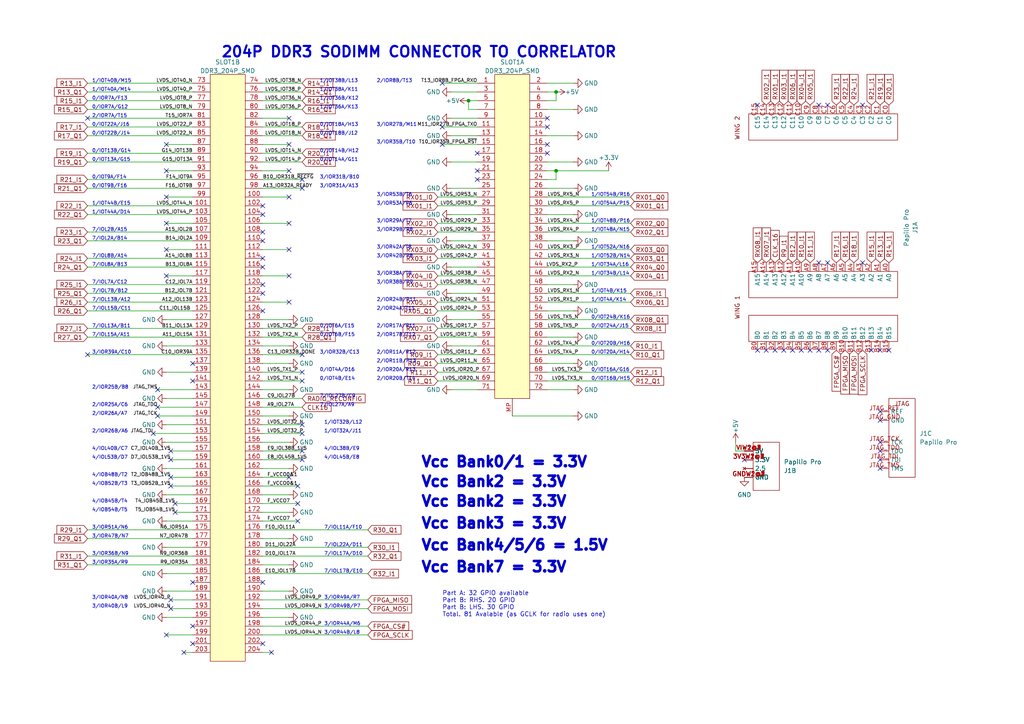
<source format=kicad_sch>
(kicad_sch (version 20231120) (generator "eeschema") (generator_version "8.0")
  (paper "A4")
  (title_block (title "Papilio Pro Interposer") (date "2024-04-15") (rev "1.0") (company "Tim Molteno. Electronic Research Foundation") (comment 1 "©Tim Molteno 2024, "))
  (bus_alias "" (members))
  (bus_alias "W1_W2" (members "W1_A[1..16]" "W1_B[1..16]" "W2_A[1..16]"))
  (junction (at 135.89 29.21))
  (junction (at 161.29 26.67))
  (junction (at 161.29 49.53))
  (no_connect (at 49.53 176.53))
  (no_connect (at 76.2 186.69))
  (no_connect (at 55.88 186.69))
  (no_connect (at 78.74 189.23))
  (no_connect (at 76.2 62.23))
  (no_connect (at 83.82 41.91))
  (no_connect (at 87.63 54.61))
  (no_connect (at 76.2 77.47))
  (no_connect (at 255.27 101.6))
  (no_connect (at 48.26 41.91))
  (no_connect (at 255.27 130.81))
  (no_connect (at 50.8 148.59))
  (no_connect (at 257.81 101.6))
  (no_connect (at 158.75 34.29))
  (no_connect (at 76.2 90.17))
  (no_connect (at 48.26 80.01))
  (no_connect (at 240.03 101.6))
  (no_connect (at 222.25 101.6))
  (no_connect (at 240.03 76.2))
  (no_connect (at 219.71 30.48))
  (no_connect (at 255.27 133.35))
  (no_connect (at 76.2 59.69))
  (no_connect (at 49.53 130.81))
  (no_connect (at 87.63 133.35))
  (no_connect (at 255.27 119.38))
  (no_connect (at 50.8 146.05))
  (no_connect (at 83.82 64.77))
  (no_connect (at 232.41 101.6))
  (no_connect (at 83.82 72.39))
  (no_connect (at 48.26 72.39))
  (no_connect (at 128.27 41.91))
  (no_connect (at 55.88 168.91))
  (no_connect (at 83.82 138.43))
  (no_connect (at 227.33 101.6))
  (no_connect (at 48.26 64.77))
  (no_connect (at 158.75 36.83))
  (no_connect (at 49.53 133.35))
  (no_connect (at 83.82 57.15))
  (no_connect (at 234.95 101.6))
  (no_connect (at 49.53 173.99))
  (no_connect (at 255.27 128.27))
  (no_connect (at 250.19 30.48))
  (no_connect (at 237.49 101.6))
  (no_connect (at 55.88 110.49))
  (no_connect (at 55.88 105.41))
  (no_connect (at 219.71 101.6))
  (no_connect (at 83.82 49.53))
  (no_connect (at 48.26 184.15))
  (no_connect (at 87.63 125.73))
  (no_connect (at 138.43 49.53))
  (no_connect (at 49.53 140.97))
  (no_connect (at 76.2 69.85))
  (no_connect (at 87.63 130.81))
  (no_connect (at 237.49 30.48))
  (no_connect (at 240.03 30.48))
  (no_connect (at 252.73 101.6))
  (no_connect (at 255.27 121.92))
  (no_connect (at 128.27 36.83))
  (no_connect (at 76.2 82.55))
  (no_connect (at 215.9 133.35))
  (no_connect (at 83.82 34.29))
  (no_connect (at 25.4 102.87))
  (no_connect (at 138.43 52.07))
  (no_connect (at 25.4 34.29))
  (no_connect (at 86.36 146.05))
  (no_connect (at 158.75 44.45))
  (no_connect (at 237.49 76.2))
  (no_connect (at 158.75 41.91))
  (no_connect (at 138.43 44.45))
  (no_connect (at 45.72 120.65))
  (no_connect (at 87.63 52.07))
  (no_connect (at 250.19 76.2))
  (no_connect (at 86.36 140.97))
  (no_connect (at 48.26 57.15))
  (no_connect (at 255.27 135.89))
  (no_connect (at 76.2 67.31))
  (no_connect (at 48.26 49.53))
  (no_connect (at 128.27 24.13))
  (no_connect (at 44.45 125.73))
  (no_connect (at 87.63 110.49))
  (no_connect (at 86.36 151.13))
  (no_connect (at 87.63 107.95))
  (no_connect (at 224.79 101.6))
  (no_connect (at 229.87 101.6))
  (no_connect (at 45.72 118.11))
  (no_connect (at 76.2 74.93))
  (no_connect (at 53.34 189.23))
  (no_connect (at 76.2 168.91))
  (no_connect (at 49.53 138.43))
  (no_connect (at 87.63 102.87))
  (no_connect (at 83.82 87.63))
  (no_connect (at 87.63 123.19))
  (no_connect (at 45.72 113.03))
  (no_connect (at 55.88 181.61))
  (no_connect (at 83.82 80.01))
  (no_connect (at 76.2 85.09))
  (wire (pts (xy 25.4 46.99) (xy 55.88 46.99)))
  (wire (pts (xy 158.75 77.47) (xy 182.88 77.47)))
  (wire (pts (xy 182.88 100.33) (xy 158.75 100.33)))
  (wire (pts (xy 128.27 36.83) (xy 138.43 36.83)))
  (wire (pts (xy 48.26 158.75) (xy 55.88 158.75)))
  (wire (pts (xy 50.8 148.59) (xy 55.88 148.59)))
  (wire (pts (xy 76.2 125.73) (xy 87.63 125.73)))
  (wire (pts (xy 127 59.69) (xy 138.43 59.69)))
  (wire (pts (xy 106.68 173.99) (xy 76.2 173.99)))
  (wire (pts (xy 53.34 189.23) (xy 55.88 189.23)))
  (wire (pts (xy 182.88 67.31) (xy 158.75 67.31)))
  (wire (pts (xy 25.4 26.67) (xy 55.88 26.67)))
  (wire (pts (xy 48.26 143.51) (xy 55.88 143.51)))
  (wire (pts (xy 76.2 189.23) (xy 78.74 189.23)))
  (wire (pts (xy 135.89 29.21) (xy 138.43 29.21)))
  (wire (pts (xy 130.81 54.61) (xy 138.43 54.61)))
  (wire (pts (xy 106.68 158.75) (xy 76.2 158.75)))
  (wire (pts (xy 127 80.01) (xy 138.43 80.01)))
  (wire (pts (xy 76.2 181.61) (xy 106.68 181.61)))
  (wire (pts (xy 182.88 72.39) (xy 158.75 72.39)))
  (wire (pts (xy 87.63 24.13) (xy 76.2 24.13)))
  (wire (pts (xy 127 57.15) (xy 138.43 57.15)))
  (wire (pts (xy 130.81 46.99) (xy 138.43 46.99)))
  (wire (pts (xy 25.4 62.23) (xy 55.88 62.23)))
  (wire (pts (xy 182.88 74.93) (xy 158.75 74.93)))
  (wire (pts (xy 76.2 34.29) (xy 83.82 34.29)))
  (wire (pts (xy 83.82 128.27) (xy 76.2 128.27)))
  (wire (pts (xy 25.4 77.47) (xy 55.88 77.47)))
  (wire (pts (xy 76.2 118.11) (xy 87.63 118.11)))
  (wire (pts (xy 76.2 166.37) (xy 106.68 166.37)))
  (wire (pts (xy 25.4 161.29) (xy 55.88 161.29)))
  (wire (pts (xy 25.4 69.85) (xy 55.88 69.85)))
  (wire (pts (xy 166.37 39.37) (xy 158.75 39.37)))
  (wire (pts (xy 87.63 130.81) (xy 76.2 130.81)))
  (wire (pts (xy 182.88 95.25) (xy 158.75 95.25)))
  (wire (pts (xy 76.2 31.75) (xy 87.63 31.75)))
  (wire (pts (xy 127 95.25) (xy 138.43 95.25)))
  (wire (pts (xy 25.4 163.83) (xy 55.88 163.83)))
  (wire (pts (xy 127 107.95) (xy 138.43 107.95)))
  (wire (pts (xy 128.27 41.91) (xy 138.43 41.91)))
  (wire (pts (xy 83.82 105.41) (xy 76.2 105.41)))
  (wire (pts (xy 87.63 133.35) (xy 76.2 133.35)))
  (wire (pts (xy 182.88 85.09) (xy 158.75 85.09)))
  (wire (pts (xy 127 72.39) (xy 138.43 72.39)))
  (wire (pts (xy 25.4 52.07) (xy 55.88 52.07)))
  (wire (pts (xy 166.37 105.41) (xy 158.75 105.41)))
  (wire (pts (xy 87.63 54.61) (xy 76.2 54.61)))
  (wire (pts (xy 25.4 74.93) (xy 55.88 74.93)))
  (wire (pts (xy 48.26 92.71) (xy 55.88 92.71)))
  (wire (pts (xy 25.4 82.55) (xy 55.88 82.55)))
  (wire (pts (xy 130.81 77.47) (xy 138.43 77.47)))
  (wire (pts (xy 127 87.63) (xy 138.43 87.63)))
  (wire (pts (xy 83.82 120.65) (xy 76.2 120.65)))
  (wire (pts (xy 83.82 113.03) (xy 76.2 113.03)))
  (wire (pts (xy 76.2 140.97) (xy 86.36 140.97)))
  (wire (pts (xy 25.4 29.21) (xy 55.88 29.21)))
  (wire (pts (xy 48.26 72.39) (xy 55.88 72.39)))
  (wire (pts (xy 76.2 138.43) (xy 83.82 138.43)))
  (wire (pts (xy 83.82 171.45) (xy 76.2 171.45)))
  (wire (pts (xy 25.4 36.83) (xy 55.88 36.83)))
  (wire (pts (xy 76.2 87.63) (xy 83.82 87.63)))
  (wire (pts (xy 45.72 113.03) (xy 55.88 113.03)))
  (wire (pts (xy 76.2 151.13) (xy 86.36 151.13)))
  (wire (pts (xy 87.63 52.07) (xy 76.2 52.07)))
  (wire (pts (xy 25.4 44.45) (xy 55.88 44.45)))
  (wire (pts (xy 161.29 29.21) (xy 161.29 26.67)))
  (wire (pts (xy 76.2 97.79) (xy 87.63 97.79)))
  (wire (pts (xy 166.37 46.99) (xy 158.75 46.99)))
  (wire (pts (xy 127 105.41) (xy 138.43 105.41)))
  (wire (pts (xy 130.81 100.33) (xy 138.43 100.33)))
  (wire (pts (xy 166.37 90.17) (xy 158.75 90.17)))
  (wire (pts (xy 83.82 135.89) (xy 76.2 135.89)))
  (wire (pts (xy 25.4 87.63) (xy 55.88 87.63)))
  (wire (pts (xy 49.53 138.43) (xy 55.88 138.43)))
  (wire (pts (xy 135.89 31.75) (xy 135.89 29.21)))
  (wire (pts (xy 76.2 36.83) (xy 87.63 36.83)))
  (wire (pts (xy 76.2 184.15) (xy 106.68 184.15)))
  (wire (pts (xy 127 90.17) (xy 138.43 90.17)))
  (wire (pts (xy 158.75 49.53) (xy 161.29 49.53)))
  (wire (pts (xy 48.26 80.01) (xy 55.88 80.01)))
  (wire (pts (xy 48.26 57.15) (xy 55.88 57.15)))
  (wire (pts (xy 25.4 39.37) (xy 55.88 39.37)))
  (wire (pts (xy 158.75 26.67) (xy 161.29 26.67)))
  (wire (pts (xy 76.2 41.91) (xy 83.82 41.91)))
  (wire (pts (xy 83.82 179.07) (xy 76.2 179.07)))
  (wire (pts (xy 182.88 64.77) (xy 158.75 64.77)))
  (wire (pts (xy 76.2 72.39) (xy 83.82 72.39)))
  (wire (pts (xy 83.82 156.21) (xy 76.2 156.21)))
  (wire (pts (xy 166.37 62.23) (xy 158.75 62.23)))
  (wire (pts (xy 182.88 87.63) (xy 158.75 87.63)))
  (wire (pts (xy 130.81 26.67) (xy 138.43 26.67)))
  (wire (pts (xy 48.26 171.45) (xy 55.88 171.45)))
  (wire (pts (xy 48.26 151.13) (xy 55.88 151.13)))
  (wire (pts (xy 166.37 31.75) (xy 158.75 31.75)))
  (wire (pts (xy 127 67.31) (xy 138.43 67.31)))
  (wire (pts (xy 213.36 130.81) (xy 215.9 130.81)))
  (wire (pts (xy 25.4 102.87) (xy 55.88 102.87)))
  (wire (pts (xy 25.4 59.69) (xy 55.88 59.69)))
  (wire (pts (xy 44.45 125.73) (xy 55.88 125.73)))
  (wire (pts (xy 48.26 64.77) (xy 55.88 64.77)))
  (wire (pts (xy 76.2 29.21) (xy 87.63 29.21)))
  (wire (pts (xy 127 102.87) (xy 138.43 102.87)))
  (wire (pts (xy 83.82 92.71) (xy 76.2 92.71)))
  (wire (pts (xy 158.75 29.21) (xy 161.29 29.21)))
  (wire (pts (xy 25.4 90.17) (xy 55.88 90.17)))
  (wire (pts (xy 138.43 31.75) (xy 135.89 31.75)))
  (wire (pts (xy 48.26 107.95) (xy 55.88 107.95)))
  (wire (pts (xy 25.4 95.25) (xy 55.88 95.25)))
  (wire (pts (xy 130.81 62.23) (xy 138.43 62.23)))
  (wire (pts (xy 148.59 120.65) (xy 166.37 120.65)))
  (wire (pts (xy 76.2 44.45) (xy 87.63 44.45)))
  (wire (pts (xy 76.2 64.77) (xy 83.82 64.77)))
  (wire (pts (xy 130.81 34.29) (xy 138.43 34.29)))
  (wire (pts (xy 49.53 140.97) (xy 55.88 140.97)))
  (wire (pts (xy 49.53 130.81) (xy 55.88 130.81)))
  (wire (pts (xy 87.63 26.67) (xy 76.2 26.67)))
  (wire (pts (xy 76.2 153.67) (xy 106.68 153.67)))
  (wire (pts (xy 127 110.49) (xy 138.43 110.49)))
  (wire (pts (xy 48.26 166.37) (xy 55.88 166.37)))
  (wire (pts (xy 25.4 97.79) (xy 55.88 97.79)))
  (wire (pts (xy 83.82 163.83) (xy 76.2 163.83)))
  (wire (pts (xy 161.29 49.53) (xy 176.53 49.53)))
  (wire (pts (xy 25.4 34.29) (xy 55.88 34.29)))
  (wire (pts (xy 161.29 49.53) (xy 161.29 52.07)))
  (wire (pts (xy 130.81 39.37) (xy 138.43 39.37)))
  (wire (pts (xy 182.88 102.87) (xy 158.75 102.87)))
  (wire (pts (xy 83.82 148.59) (xy 76.2 148.59)))
  (wire (pts (xy 76.2 146.05) (xy 86.36 146.05)))
  (wire (pts (xy 48.26 128.27) (xy 55.88 128.27)))
  (wire (pts (xy 161.29 52.07) (xy 158.75 52.07)))
  (wire (pts (xy 130.81 113.03) (xy 138.43 113.03)))
  (wire (pts (xy 48.26 115.57) (xy 55.88 115.57)))
  (wire (pts (xy 76.2 80.01) (xy 83.82 80.01)))
  (wire (pts (xy 76.2 46.99) (xy 87.63 46.99)))
  (wire (pts (xy 48.26 184.15) (xy 55.88 184.15)))
  (wire (pts (xy 166.37 24.13) (xy 158.75 24.13)))
  (wire (pts (xy 166.37 54.61) (xy 158.75 54.61)))
  (wire (pts (xy 76.2 39.37) (xy 87.63 39.37)))
  (wire (pts (xy 130.81 92.71) (xy 138.43 92.71)))
  (wire (pts (xy 127 97.79) (xy 138.43 97.79)))
  (wire (pts (xy 25.4 54.61) (xy 55.88 54.61)))
  (wire (pts (xy 25.4 153.67) (xy 55.88 153.67)))
  (wire (pts (xy 106.68 161.29) (xy 76.2 161.29)))
  (wire (pts (xy 158.75 110.49) (xy 182.88 110.49)))
  (wire (pts (xy 87.63 123.19) (xy 76.2 123.19)))
  (wire (pts (xy 49.53 173.99) (xy 55.88 173.99)))
  (wire (pts (xy 25.4 156.21) (xy 55.88 156.21)))
  (wire (pts (xy 128.27 24.13) (xy 138.43 24.13)))
  (wire (pts (xy 83.82 100.33) (xy 76.2 100.33)))
  (wire (pts (xy 76.2 49.53) (xy 83.82 49.53)))
  (wire (pts (xy 25.4 24.13) (xy 55.88 24.13)))
  (wire (pts (xy 76.2 95.25) (xy 87.63 95.25)))
  (wire (pts (xy 49.53 176.53) (xy 55.88 176.53)))
  (wire (pts (xy 182.88 59.69) (xy 158.75 59.69)))
  (wire (pts (xy 76.2 107.95) (xy 87.63 107.95)))
  (wire (pts (xy 127 74.93) (xy 138.43 74.93)))
  (wire (pts (xy 48.26 41.91) (xy 55.88 41.91)))
  (wire (pts (xy 49.53 133.35) (xy 55.88 133.35)))
  (wire (pts (xy 87.63 102.87) (xy 76.2 102.87)))
  (wire (pts (xy 166.37 97.79) (xy 158.75 97.79)))
  (wire (pts (xy 48.26 123.19) (xy 55.88 123.19)))
  (wire (pts (xy 48.26 179.07) (xy 55.88 179.07)))
  (wire (pts (xy 106.68 176.53) (xy 76.2 176.53)))
  (wire (pts (xy 76.2 57.15) (xy 83.82 57.15)))
  (wire (pts (xy 130.81 85.09) (xy 138.43 85.09)))
  (wire (pts (xy 127 64.77) (xy 138.43 64.77)))
  (wire (pts (xy 182.88 107.95) (xy 158.75 107.95)))
  (wire (pts (xy 45.72 120.65) (xy 55.88 120.65)))
  (wire (pts (xy 127 82.55) (xy 138.43 82.55)))
  (wire (pts (xy 213.36 128.27) (xy 213.36 130.81)))
  (wire (pts (xy 48.26 100.33) (xy 55.88 100.33)))
  (wire (pts (xy 25.4 67.31) (xy 55.88 67.31)))
  (wire (pts (xy 182.88 92.71) (xy 158.75 92.71)))
  (wire (pts (xy 25.4 31.75) (xy 55.88 31.75)))
  (wire (pts (xy 166.37 69.85) (xy 158.75 69.85)))
  (wire (pts (xy 83.82 143.51) (xy 76.2 143.51)))
  (wire (pts (xy 166.37 82.55) (xy 158.75 82.55)))
  (wire (pts (xy 130.81 69.85) (xy 138.43 69.85)))
  (wire (pts (xy 182.88 80.01) (xy 158.75 80.01)))
  (wire (pts (xy 45.72 118.11) (xy 55.88 118.11)))
  (wire (pts (xy 76.2 110.49) (xy 87.63 110.49)))
  (wire (pts (xy 48.26 49.53) (xy 55.88 49.53)))
  (wire (pts (xy 50.8 146.05) (xy 55.88 146.05)))
  (wire (pts (xy 87.63 115.57) (xy 76.2 115.57)))
  (wire (pts (xy 166.37 113.03) (xy 158.75 113.03)))
  (wire (pts (xy 25.4 85.09) (xy 55.88 85.09)))
  (wire (pts (xy 182.88 57.15) (xy 158.75 57.15)))
  (wire (pts (xy 48.26 135.89) (xy 55.88 135.89)))
  (text "Vcc Bank3 = 3.3V" (at 121.92 153.67 0) (effects (font (size 3 3) (thickness 1.6) (bold yes)) (justify left bottom)))
  (text "0/IOT16B/H15\n" (at 171.45 110.49 0) (effects (font (size 1 1)) (justify left bottom)))
  (text "3/IOR53A/P6\n" (at 109.22 59.69 0) (effects (font (size 1 1)) (justify left bottom)))
  (text "4/IOL38B/E9\n" (at 93.98 130.81 0) (effects (font (size 1 1)) (justify left bottom)))
  (text "7/IOL17B/E10\n" (at 93.98 166.37 0) (effects (font (size 1 1)) (justify left bottom)))
  (text "Vcc Bank4/5/6 = 1.5V" (at 121.92 160.02 0) (effects (font (size 3 3) (thickness 1.6) (bold yes)) (justify left bottom)))
  (text "0/IOT4A/D16\n" (at 92.71 107.95 0) (effects (font (size 1 1)) (justify left bottom)))
  (text "1/IOT48A/N15\n" (at 171.45 67.31 0) (effects (font (size 1 1)) (justify left bottom)))
  (text "0/IOT18A/H13" (at 92.71 36.83 0) (effects (font (size 1 1)) (justify left bottom)))
  (text "3/IOR29B/R8\n" (at 109.22 67.31 0) (effects (font (size 1 1)) (justify left bottom)))
  (text "3/IOR31B/B10" (at 92.71 52.07 0) (effects (font (size 1 1)) (justify left bottom)))
  (text "7/IOL13A/B11\n" (at 26.67 95.25 0) (effects (font (size 1 1)) (justify left bottom)))
  (text "7/IOL22A/D11\n" (at 93.98 158.75 0) (effects (font (size 1 1)) (justify left bottom)))
  (text "7/IOL8B/A14\n" (at 26.67 74.93 0) (effects (font (size 1 1)) (justify left bottom)))
  (text "3/IOR53B/T6\n" (at 109.22 57.15 0) (effects (font (size 1 1)) (justify left bottom)))
  (text "Vcc Bank2 = 3.3V" (at 121.92 147.32 0) (effects (font (size 3 3) (thickness 1.6) (bold yes)) (justify left bottom)))
  (text "1/IOT4B/K15\n" (at 171.45 85.09 0) (effects (font (size 1 1)) (justify left bottom)))
  (text "7/IOL8A/B13\n" (at 26.67 77.47 0) (effects (font (size 1 1)) (justify left bottom)))
  (text "7/IOL7A/C12\n" (at 26.67 82.55 0) (effects (font (size 1 1)) (justify left bottom)))
  (text "2/IOR24A/T11\n" (at 109.22 90.17 0) (effects (font (size 1 1)) (justify left bottom)))
  (text "1/IOT34B/L14\n" (at 171.45 80.01 0) (effects (font (size 1 1)) (justify left bottom)))
  (text "4/IOL40B/C7\n" (at 26.67 130.81 0) (effects (font (size 1 1)) (justify left bottom)))
  (text "7/IOL2A/B14\n" (at 26.67 69.85 0) (effects (font (size 1 1)) (justify left bottom)))
  (text "0/IOT22A/J16\n" (at 26.67 36.83 0) (effects (font (size 1 1)) (justify left bottom)))
  (text "3/IOR40A/N8\n" (at 26.67 173.99 0) (effects (font (size 1 1)) (justify left bottom)))
  (text "1/IOT36B/K12\n" (at 92.71 29.21 0) (effects (font (size 1 1)) (justify left bottom)))
  (text "1/IOT54B/R16\n" (at 171.45 57.15 0) (effects (font (size 1 1)) (justify left bottom)))
  (text "0/IOR7A/F13\n" (at 26.67 29.21 0) (effects (font (size 1 1)) (justify left bottom)))
  (text "7/IOL27A/A9\n" (at 92.71 118.11 0) (effects (font (size 1 1)) (justify left bottom)))
  (text "204P DDR3 SODIMM CONNECTOR TO CORRELATOR" (at 64.008 17.018 0) (effects (font (size 3.048 3.048) (bold yes)) (justify left bottom)))
  (text "3/IOR38B/P9\n" (at 109.22 82.55 0) (effects (font (size 1 1)) (justify left bottom)))
  (text "0/IOT6B/F15\n" (at 92.71 97.79 0) (effects (font (size 1 1)) (justify left bottom)))
  (text "2/IOR20B/T14\n" (at 109.22 110.49 0) (effects (font (size 1 1)) (justify left bottom)))
  (text "1/IOT54A/P15\n" (at 171.45 59.69 0) (effects (font (size 1 1)) (justify left bottom)))
  (text "3/IOR47B/N7" (at 26.67 156.21 0) (effects (font (size 1 1)) (justify left bottom)))
  (text "2/IOR25A/C6\n" (at 26.67 118.11 0) (effects (font (size 1 1)) (justify left bottom)))
  (text "3/IOR42A/T8\n" (at 109.22 72.39 0) (effects (font (size 1 1)) (justify left bottom)))
  (text "3/IOR36B/N9\n" (at 26.67 161.29 0) (effects (font (size 1 1)) (justify left bottom)))
  (text "7/IOL17A/D10\n" (at 93.98 161.29 0) (effects (font (size 1 1)) (justify left bottom)))
  (text "7/IOL27B/C9\n" (at 92.71 115.57 0) (effects (font (size 1 1)) (justify left bottom)))
  (text "7/IOL11A/F10\n" (at 93.98 153.67 0) (effects (font (size 1 1)) (justify left bottom)))
  (text "1/IOT38B/L13\n" (at 92.71 24.13 0) (effects (font (size 1 1)) (justify left bottom)))
  (text "2/IOR8B/T13\n" (at 109.22 24.13 0) (effects (font (size 1 1)) (justify left bottom)))
  (text "1/IOT32B/L12\n" (at 93.98 123.19 0) (effects (font (size 1 1)) (justify left bottom)))
  (text "0/IOT22B/J14\n" (at 26.67 39.37 0) (effects (font (size 1 1)) (justify left bottom)))
  (text "2/IOR25B/B8\n" (at 26.67 113.03 0) (effects (font (size 1 1)) (justify left bottom)))
  (text "3/IOR49A/R7" (at 93.98 173.99 0) (effects (font (size 1 1)) (justify left bottom)))
  (text "7/IOL7B/B12\n" (at 26.67 85.09 0) (effects (font (size 1 1)) (justify left bottom)))
  (text "0/IOT18B/J12\n" (at 92.71 39.37 0) (effects (font (size 1 1)) (justify left bottom)))
  (text "4/IOB52B/T3" (at 26.67 140.97 0) (effects (font (size 1 1)) (justify left bottom)))
  (text "4/IOB45B/T4\n" (at 26.67 146.05 0) (effects (font (size 1 1)) (justify left bottom)))
  (text "1/IOT40A/M14\n" (at 26.67 26.67 0) (effects (font (size 1 1)) (justify left bottom)))
  (text "3/IOR35B/T10\n" (at 109.22 41.91 0) (effects (font (size 1 1)) (justify left bottom)))
  (text "2/IOR20A/R13\n" (at 109.22 107.95 0) (effects (font (size 1 1)) (justify left bottom)))
  (text "1/IOT52A/N16\n" (at 171.45 72.39 0) (effects (font (size 1 1)) (justify left bottom)))
  (text "3/IOR35A/R9\n" (at 26.67 163.83 0) (effects (font (size 1 1)) (justify left bottom)))
  (text "Part A: 32 GPIO available\nPart B: RHS. 20 GPIO\nPart B: LHS. 30 GPIO\nTotal. 81 Avalable (as GCLK for radio uses one)" (at 128.27 179.07 0) (effects (font (size 1.27 1.27)) (justify left bottom)))
  (text "2/IOR11A/R12\n" (at 109.22 102.87 0) (effects (font (size 1 1)) (justify left bottom)))
  (text "0/IOT14B/H12\n" (at 92.71 44.45 0) (effects (font (size 1 1)) (justify left bottom)))
  (text "Vcc Bank0/1 = 3.3V" (at 121.92 135.89 0) (effects (font (size 3 3) (thickness 1.6) (bold yes)) (justify left bottom)))
  (text "0/IOT24B/K16\n" (at 171.45 92.71 0) (effects (font (size 1 1)) (justify left bottom)))
  (text "3/IOR40B/L9\n" (at 26.67 176.53 0) (effects (font (size 1 1)) (justify left bottom)))
  (text "1/IOT44A/D14" (at 26.67 62.23 0) (effects (font (size 1 1)) (justify left bottom)))
  (text "2/IOR11B/P13\n" (at 109.22 105.41 0) (effects (font (size 1 1)) (justify left bottom)))
  (text "1/IOT48B/P16\n" (at 171.45 64.77 0) (effects (font (size 1 1)) (justify left bottom)))
  (text "1/IOT34A/L16\n" (at 171.45 77.47 0) (effects (font (size 1 1)) (justify left bottom)))
  (text "0/IOT9A/F14\n" (at 26.67 52.07 0) (effects (font (size 1 1)) (justify left bottom)))
  (text "1/IOT36A/K13\n" (at 92.71 31.75 0) (effects (font (size 1 1)) (justify left bottom)))
  (text "2/IOR17B/T12\n" (at 109.22 97.79 0) (effects (font (size 1 1)) (justify left bottom)))
  (text "3/IOR49B/P7\n" (at 93.98 176.53 0) (effects (font (size 1 1)) (justify left bottom)))
  (text "4/IOL45B/E8\n" (at 93.98 133.35 0) (effects (font (size 1 1)) (justify left bottom)))
  (text "7/IOL13B/A12\n" (at 26.67 87.63 0) (effects (font (size 1 1)) (justify left bottom)))
  (text "Vcc Bank7 = 3.3V" (at 121.92 166.37 0) (effects (font (size 3 3) (thickness 1.6) (bold yes)) (justify left bottom)))
  (text "Vcc Bank2 = 3.3V" (at 121.92 141.605 0) (effects (font (size 3 3) (thickness 1.6) (bold yes)) (justify left bottom)))
  (text "7/IOL2B/A15\n" (at 26.67 67.31 0) (effects (font (size 1 1)) (justify left bottom)))
  (text "3/IOR44A/M6\n" (at 93.98 181.61 0) (effects (font (size 1 1)) (justify left bottom)))
  (text "1/IOT4A/K14\n" (at 171.45 87.63 0) (effects (font (size 1 1)) (justify left bottom)))
  (text "4/IOL53B/D7" (at 26.67 133.35 0) (effects (font (size 1 1)) (justify left bottom)))
  (text "0/IOT6A/E15\n" (at 92.71 95.25 0) (effects (font (size 1 1)) (justify left bottom)))
  (text "0/IOR7A/G12" (at 26.67 31.75 0) (effects (font (size 1 1)) (justify left bottom)))
  (text "0/IOT16A/G16\n" (at 171.45 107.95 0) (effects (font (size 1 1)) (justify left bottom)))
  (text "0/IOT9B/F16\n" (at 26.67 54.61 0) (effects (font (size 1 1)) (justify left bottom)))
  (text "4/IOB48B/T2" (at 26.67 138.43 0) (effects (font (size 1 1)) (justify left bottom)))
  (text "2/IOR17A/R11\n" (at 109.22 95.25 0) (effects (font (size 1 1)) (justify left bottom)))
  (text "0/IOT20B/H16\n" (at 171.45 100.33 0) (effects (font (size 1 1)) (justify left bottom)))
  (text "3/IOR29A/T7\n" (at 109.22 64.77 0) (effects (font (size 1 1)) (justify left bottom)))
  (text "4/IOB54B/T5\n" (at 26.67 148.59 0) (effects (font (size 1 1)) (justify left bottom)))
  (text "3/IOR27B/M11\n" (at 109.22 36.83 0) (effects (font (size 1 1)) (justify left bottom)))
  (text "3/IOR39A/C10" (at 26.67 102.87 0) (effects (font (size 1 1)) (justify left bottom)))
  (text "3/IOR32B/C13\n" (at 92.71 102.87 0) (effects (font (size 1 1)) (justify left bottom)))
  (text "0/IOT24A/J15\n" (at 171.45 95.25 0) (effects (font (size 1 1)) (justify left bottom)))
  (text "0/IOT4B/E14\n" (at 92.71 110.49 0) (effects (font (size 1 1)) (justify left bottom)))
  (text "1/IOT44B/E15\n" (at 26.67 59.69 0) (effects (font (size 1 1)) (justify left bottom)))
  (text "7/IOL15A/A11\n" (at 26.67 97.79 0) (effects (font (size 1 1)) (justify left bottom)))
  (text "2/IOR24B/P11\n" (at 109.22 87.63 0) (effects (font (size 1 1)) (justify left bottom)))
  (text "2/IOR7A/T15\n" (at 26.67 34.29 0) (effects (font (size 1 1)) (justify left bottom)))
  (text "3/IOR44B/L8" (at 93.98 184.15 0) (effects (font (size 1 1)) (justify left bottom)))
  (text "7/IOL15B/C11\n" (at 26.67 90.17 0) (effects (font (size 1 1)) (justify left bottom)))
  (text "1/IOT52B/N14\n" (at 171.45 74.93 0) (effects (font (size 1 1)) (justify left bottom)))
  (text "2/IOR26B/A6\n" (at 26.67 125.73 0) (effects (font (size 1 1)) (justify left bottom)))
  (text "3/IOR51A/N6\n" (at 26.67 153.67 0) (effects (font (size 1 1)) (justify left bottom)))
  (text "0/IOT13B/G14\n" (at 26.67 44.45 0) (effects (font (size 1 1)) (justify left bottom)))
  (text "1/IOT40B/M15\n" (at 26.67 24.13 0) (effects (font (size 1 1)) (justify left bottom)))
  (text "0/IOT14A/G11" (at 92.71 46.99 0) (effects (font (size 1 1)) (justify left bottom)))
  (text "3/IOR38A/T9\n" (at 109.22 80.01 0) (effects (font (size 1 1)) (justify left bottom)))
  (text "2/IOR26A/A7\n" (at 26.67 120.65 0) (effects (font (size 1 1)) (justify left bottom)))
  (text "1/IOT38A/K11\n" (at 92.71 26.67 0) (effects (font (size 1 1)) (justify left bottom)))
  (text "1/IOT32A/J11\n" (at 93.98 125.73 0) (effects (font (size 1 1)) (justify left bottom)))
  (text "3/IOR42B/P8\n" (at 109.22 74.93 0) (effects (font (size 1 1)) (justify left bottom)))
  (text "3/IOR31A/A13" (at 92.71 54.61 0) (effects (font (size 1 1)) (justify left bottom)))
  (text "0/IOT20A/H14\n" (at 171.45 102.87 0) (effects (font (size 1 1)) (justify left bottom)))
  (text "0/IOT13A/G15\n" (at 26.67 46.99 0) (effects (font (size 1 1)) (justify left bottom)))
  (label "T10_IOR35B_FPGA_~{RST}" (at 138.43 41.91 180) (effects (font (size 1 1))))
  (label "A14_IOL8B" (at 55.88 74.93 180) (effects (font (size 1 1))))
  (label "LVDS_IOT8_P" (at 55.88 29.21 180) (effects (font (size 1 1))))
  (label "B14_IOL2A" (at 55.88 69.85 180) (effects (font (size 1 1))))
  (label "G15_IOT13A" (at 55.88 46.99 180) (effects (font (size 1 1))))
  (label "F_VCCO7" (at 77.47 146.05 0) (effects (font (size 1 1))))
  (label "LVDS_IOT44_N" (at 55.88 59.69 180) (effects (font (size 1 1))))
  (label "LVDS_IOR17_P" (at 138.43 95.25 180) (effects (font (size 1 1))))
  (label "LVDS_IOT32_P" (at 77.47 125.73 0) (effects (font (size 1 1))))
  (label "E8_IOL45B_1V5" (at 77.47 133.35 0) (effects (font (size 1 1))))
  (label "T5_IOB54B_1V5" (at 50.8 148.59 180) (effects (font (size 1 1))))
  (label "LVDS_IOT40_N" (at 55.88 24.13 180) (effects (font (size 1 1))))
  (label "LVDS_RX4_P" (at 158.75 67.31 0) (effects (font (size 1 1))))
  (label "T13_IOR8B_FPGA_RXO" (at 138.43 24.13 180) (effects (font (size 1 1))))
  (label "LVDS_IOR44_P" (at 82.55 181.61 0) (effects (font (size 1 1))))
  (label "LVDS_IOR17_N" (at 138.43 97.79 180) (effects (font (size 1 1))))
  (label "F_VCCO7" (at 77.47 151.13 0) (effects (font (size 1 1))))
  (label "LVDS_IOR42_P" (at 138.43 74.93 180) (effects (font (size 1 1))))
  (label "C12_IOL7A" (at 55.88 82.55 180) (effects (font (size 1 1))))
  (label "LVDS_IOT14_N" (at 76.835 44.45 0) (effects (font (size 1 1))))
  (label "LVDS_RX2_N" (at 158.75 80.01 0) (effects (font (size 1 1))))
  (label "LVDS_TX1_N" (at 77.47 110.49 0) (effects (font (size 1 1))))
  (label "LVDS_IOT18_N" (at 76.835 39.37 0) (effects (font (size 1 1))))
  (label "A9_IOL27A" (at 77.47 118.11 0) (effects (font (size 1 1))))
  (label "JTAG_TDI" (at 44.45 125.73 180) (effects (font (size 1 1))))
  (label "T3_IOB52B_1V5" (at 49.53 140.97 180) (effects (font (size 1 1))))
  (label "LVDS_IOR29_P" (at 138.43 64.77 180) (effects (font (size 1 1))))
  (label "LVDS_RX5_N" (at 158.75 57.15 0) (effects (font (size 1 1))))
  (label "F10_IOL11A" (at 76.835 153.67 0) (effects (font (size 1 1))))
  (label "LVDS_IOR42_N" (at 138.43 72.39 180) (effects (font (size 1 1))))
  (label "LVDS_IOT38_N" (at 76.835 24.13 0) (effects (font (size 1 1))))
  (label "D11_IOL22A" (at 76.835 158.75 0) (effects (font (size 1 1))))
  (label "LVDS_RX1_P" (at 158.75 87.63 0) (effects (font (size 1 1))))
  (label "T2_IOB48B_1V5" (at 49.53 138.43 180) (effects (font (size 1 1))))
  (label "LVDS_TX4_P" (at 158.75 102.87 0) (effects (font (size 1 1))))
  (label "LVDS_IOR40_N" (at 49.53 176.53 180) (effects (font (size 1 1))))
  (label "F_VCCO0&1" (at 77.47 138.43 0) (effects (font (size 1 1))))
  (label "M11_IOR27B_FPGA_TXO" (at 138.43 36.83 180) (effects (font (size 1 1))))
  (label "LVDS_IOR38_N" (at 138.43 82.55 180) (effects (font (size 1 1))))
  (label "A12_IOL13B" (at 55.88 87.63 180) (effects (font (size 1 1))))
  (label "LVDS_IOT22_P" (at 55.88 36.83 180) (effects (font (size 1 1))))
  (label "R9_IOR35A" (at 54.61 163.83 180) (effects (font (size 1 1))))
  (label "LVDS_IOR40_P" (at 49.53 173.99 180) (effects (font (size 1 1))))
  (label "LVDS_IOR29_N" (at 138.43 67.31 180) (effects (font (size 1 1))))
  (label "A13_IOR32A_READY" (at 76.2 54.61 0) (effects (font (size 1 1))))
  (label "LVDS_IOR38_P" (at 138.43 80.01 180) (effects (font (size 1 1))))
  (label "C9_IOL27B" (at 77.47 115.57 0) (effects (font (size 1 1))))
  (label "LVDS_RX3_P" (at 158.75 72.39 0) (effects (font (size 1 1))))
  (label "LVDS_RX1_N" (at 158.75 85.09 0) (effects (font (size 1 1))))
  (label "JTAG_TMS" (at 45.72 113.03 180) (effects (font (size 1 1))))
  (label "LVDS_IOT36_P" (at 76.835 31.75 0) (effects (font (size 1 1))))
  (label "A11_IOL15A" (at 55.88 97.79 180) (effects (font (size 1 1))))
  (label "LVDS_IOT40_P" (at 55.88 26.67 180) (effects (font (size 1 1))))
  (label "LVDS_IOT44_P" (at 55.88 62.23 180) (effects (font (size 1 1))))
  (label "LVDS_IOT14_P" (at 76.835 46.99 0) (effects (font (size 1 1))))
  (label "LVDS_IOR11_N" (at 138.43 105.41 180) (effects (font (size 1 1))))
  (label "LVDS_IOT36_N" (at 76.835 29.21 0) (effects (font (size 1 1))))
  (label "LVDS_IOR24_N" (at 138.43 87.63 180) (effects (font (size 1 1))))
  (label "LVDS_IOT8_N" (at 55.88 31.75 180) (effects (font (size 1 1))))
  (label "G14_IOT13B" (at 55.88 44.45 180) (effects (font (size 1 1))))
  (label "JTAG_TDO" (at 45.72 118.11 180) (effects (font (size 1 1))))
  (label "LVDS_IOT32_N" (at 77.47 123.19 0) (effects (font (size 1 1))))
  (label "D10_IOL17A" (at 76.835 161.29 0) (effects (font (size 1 1))))
  (label "LVDS_TX5_P" (at 158.75 95.25 0) (effects (font (size 1 1))))
  (label "N6_IOR51A" (at 54.61 153.67 180) (effects (font (size 1 1))))
  (label "LVDS_IOT18_P" (at 76.835 36.83 0) (effects (font (size 1 1))))
  (label "LVDS_RX4_N" (at 158.75 64.77 0) (effects (font (size 1 1))))
  (label "T15_IOR7A" (at 55.88 34.29 180) (effects (font (size 1 1))))
  (label "LVDS_IOR53_N" (at 138.43 57.15 180) (effects (font (size 1 1))))
  (label "C11_IOL15B" (at 55.245 90.17 180) (effects (font (size 1 1))))
  (label "LVDS_TX3_P" (at 160.02 107.95 0) (effects (font (size 1 1))))
  (label "F_VCCO0&1" (at 77.47 140.97 0) (effects (font (size 1 1))))
  (label "F14_IOT9A" (at 55.88 52.07 180) (effects (font (size 1 1))))
  (label "LVDS_TX3_N" (at 160.02 110.49 0) (effects (font (size 1 1))))
  (label "LVDS_IOT22_N" (at 55.88 39.37 180) (effects (font (size 1 1))))
  (label "B11_IOL13A" (at 55.88 95.25 180) (effects (font (size 1 1))))
  (label "LVDS_IOT38_P" (at 76.835 26.67 0) (effects (font (size 1 1))))
  (label "N7_IOR47B" (at 54.61 156.21 180) (effects (font (size 1 1))))
  (label "E9_IOL38B_1V5" (at 77.47 130.81 0) (effects (font (size 1 1))))
  (label "T4_IOB45B_1V5" (at 50.8 146.05 180) (effects (font (size 1 1))))
  (label "LVDS_TX5_N" (at 158.75 92.71 0) (effects (font (size 1 1))))
  (label "B12_IOL7B" (at 55.88 85.09 180) (effects (font (size 1 1))))
  (label "LVDS_TX4_N" (at 158.75 100.33 0) (effects (font (size 1 1))))
  (label "LVDS_IOR49_N" (at 82.55 176.53 0) (effects (font (size 1 1))))
  (label "B10_IOR31B_~{RECFG}" (at 76.2 52.07 0) (effects (font (size 1 1))))
  (label "B13_IOL8A" (at 55.88 77.47 180) (effects (font (size 1 1))))
  (label "A15_IOL2B" (at 55.88 67.31 180) (effects (font (size 1 1))))
  (label "C13_IOR32B_DONE" (at 77.47 102.87 0) (effects (font (size 1 1))))
  (label "D7_IOL53B_1V5" (at 49.53 133.35 180) (effects (font (size 1 1))))
  (label "LVDS_RX5_P" (at 158.75 59.69 0) (effects (font (size 1 1))))
  (label "LVDS_TX2_N" (at 77.47 97.79 0) (effects (font (size 1 1))))
  (label "LVDS_IOR20_N" (at 128.27 110.49 0) (effects (font (size 1 1))))
  (label "LVDS_IOR49_P" (at 82.55 173.99 0) (effects (font (size 1 1))))
  (label "E10_IOL17B" (at 76.835 166.37 0) (effects (font (size 1 1))))
  (label "LVDS_IOR11_P" (at 138.43 102.87 180) (effects (font (size 1 1))))
  (label "C10_IOR39A" (at 55.88 102.87 180) (effects (font (size 1 1))))
  (label "LVDS_IOR24_P" (at 138.43 90.17 180) (effects (font (size 1 1))))
  (label "C7_IOL40B_1V5" (at 49.53 130.81 180) (effects (font (size 1 1))))
  (label "LVDS_IOR53_P" (at 138.43 59.69 180) (effects (font (size 1 1))))
  (label "LVDS_RX2_P" (at 167.64 77.47 180) (effects (font (size 1 1))))
  (label "LVDS_IOR20_P" (at 128.27 107.95 0) (effects (font (size 1 1))))
  (label "LVDS_RX3_N" (at 158.75 74.93 0) (effects (font (size 1 1))))
  (label "N9_IOR36B" (at 54.61 161.29 180) (effects (font (size 1 1))))
  (label "JTAG_TCK" (at 45.72 120.65 180) (effects (font (size 1 1))))
  (label "LVDS_TX2_P" (at 77.47 95.25 0) (effects (font (size 1 1))))
  (label "F16_IOT9B" (at 55.88 54.61 180) (effects (font (size 1 1))))
  (label "LVDS_IOR44_N" (at 82.55 184.15 0) (effects (font (size 1 1))))
  (label "LVDS_TX1_P" (at 77.47 107.95 0) (effects (font (size 1 1))))
  (global_label "RX07_Q1" (shape input) (at 127 97.79 180) (property "Intersheetrefs" "${INTERSHEET_REFS}" (effects (hide yes))))
  (global_label "R13_I1" (shape input) (at 25.4 24.13 180) (property "Intersheetrefs" "${INTERSHEET_REFS}" (effects (hide yes))))
  (global_label "FPGA_MOSI" (shape input) (at 247.65 101.6 270) (property "Intersheetrefs" "${INTERSHEET_REFS}" (effects (hide yes))))
  (global_label "R14_Q1" (shape input) (at 87.63 26.67 0) (property "Intersheetrefs" "${INTERSHEET_REFS}" (effects (hide yes))))
  (global_label "RX04_I1" (shape input) (at 232.41 30.48 90) (property "Intersheetrefs" "${INTERSHEET_REFS}" (effects (hide yes))))
  (global_label "R30_I1" (shape input) (at 106.68 158.75 0) (property "Intersheetrefs" "${INTERSHEET_REFS}" (effects (hide yes))))
  (global_label "R21_I1" (shape input) (at 25.4 52.07 180) (property "Intersheetrefs" "${INTERSHEET_REFS}" (effects (hide yes))))
  (global_label "RX04_Q0" (shape input) (at 182.88 77.47 0) (property "Intersheetrefs" "${INTERSHEET_REFS}" (effects (hide yes))))
  (global_label "RX03_Q1" (shape input) (at 182.88 74.93 0) (property "Intersheetrefs" "${INTERSHEET_REFS}" (effects (hide yes))))
  (global_label "RX06_Q1" (shape input) (at 182.88 87.63 0) (property "Intersheetrefs" "${INTERSHEET_REFS}" (effects (hide yes))))
  (global_label "R10_Q1" (shape input) (at 182.88 102.87 0) (property "Intersheetrefs" "${INTERSHEET_REFS}" (effects (hide yes))))
  (global_label "R10_I1" (shape input) (at 232.41 76.2 90) (property "Intersheetrefs" "${INTERSHEET_REFS}" (effects (hide yes))))
  (global_label "R21_Q1" (shape input) (at 25.4 54.61 180) (property "Intersheetrefs" "${INTERSHEET_REFS}" (effects (hide yes))))
  (global_label "R31_Q1" (shape input) (at 25.4 163.83 180) (property "Intersheetrefs" "${INTERSHEET_REFS}" (effects (hide yes))))
  (global_label "R22_I1" (shape input) (at 245.11 30.48 90) (property "Intersheetrefs" "${INTERSHEET_REFS}" (effects (hide yes))))
  (global_label "R18_I1" (shape input) (at 87.63 36.83 0) (property "Intersheetrefs" "${INTERSHEET_REFS}" (effects (hide yes))))
  (global_label "R11_Q1" (shape input) (at 127 110.49 180) (property "Intersheetrefs" "${INTERSHEET_REFS}" (effects (hide yes))))
  (global_label "R12_Q1" (shape input) (at 182.88 110.49 0) (property "Intersheetrefs" "${INTERSHEET_REFS}" (effects (hide yes))))
  (global_label "R28_Q1" (shape input) (at 87.63 97.79 0) (property "Intersheetrefs" "${INTERSHEET_REFS}" (effects (hide yes))))
  (global_label "R11_I1" (shape input) (at 234.95 76.2 90) (property "Intersheetrefs" "${INTERSHEET_REFS}" (effects (hide yes))))
  (global_label "RX01_I1" (shape input) (at 224.79 30.48 90) (property "Intersheetrefs" "${INTERSHEET_REFS}" (effects (hide yes))))
  (global_label "R21_I1" (shape input) (at 252.73 30.48 90) (property "Intersheetrefs" "${INTERSHEET_REFS}" (effects (hide yes))))
  (global_label "FPGA_SCLK" (shape input) (at 106.68 184.15 0) (property "Intersheetrefs" "${INTERSHEET_REFS}" (effects (hide yes))))
  (global_label "RX07_I1" (shape input) (at 127 95.25 180) (property "Intersheetrefs" "${INTERSHEET_REFS}" (effects (hide yes))))
  (global_label "R09_Q1" (shape input) (at 127 105.41 180) (property "Intersheetrefs" "${INTERSHEET_REFS}" (effects (hide yes))))
  (global_label "RX05_I1" (shape input) (at 127 87.63 180) (property "Intersheetrefs" "${INTERSHEET_REFS}" (effects (hide yes))))
  (global_label "R20_I1" (shape input) (at 87.63 44.45 0) (property "Intersheetrefs" "${INTERSHEET_REFS}" (effects (hide yes))))
  (global_label "R19_Q1" (shape input) (at 25.4 46.99 180) (property "Intersheetrefs" "${INTERSHEET_REFS}" (effects (hide yes))))
  (global_label "R15_Q1" (shape input) (at 25.4 31.75 180) (property "Intersheetrefs" "${INTERSHEET_REFS}" (effects (hide yes))))
  (global_label "R27_I1" (shape input) (at 25.4 95.25 180) (property "Intersheetrefs" "${INTERSHEET_REFS}" (effects (hide yes))))
  (global_label "FPGA_SCLK" (shape input) (at 250.19 101.6 270) (property "Intersheetrefs" "${INTERSHEET_REFS}" (effects (hide yes))))
  (global_label "R14_I1" (shape input) (at 257.81 76.2 90) (property "Intersheetrefs" "${INTERSHEET_REFS}" (effects (hide yes))))
  (global_label "R11_I1" (shape input) (at 127 107.95 180) (property "Intersheetrefs" "${INTERSHEET_REFS}" (effects (hide yes))))
  (global_label "R13_Q1" (shape input) (at 25.4 26.67 180) (property "Intersheetrefs" "${INTERSHEET_REFS}" (effects (hide yes))))
  (global_label "R17_I1" (shape input) (at 242.57 76.2 90) (property "Intersheetrefs" "${INTERSHEET_REFS}" (effects (hide yes))))
  (global_label "R20_I1" (shape input) (at 257.81 30.48 90) (property "Intersheetrefs" "${INTERSHEET_REFS}" (effects (hide yes))))
  (global_label "R13_I1" (shape input) (at 255.27 76.2 90) (property "Intersheetrefs" "${INTERSHEET_REFS}" (effects (hide yes))))
  (global_label "CLK_16" (shape input) (at 224.79 76.2 90) (property "Intersheetrefs" "${INTERSHEET_REFS}" (effects (hide yes))))
  (global_label "RX03_Q0" (shape input) (at 182.88 72.39 0) (property "Intersheetrefs" "${INTERSHEET_REFS}" (effects (hide yes))))
  (global_label "FPGA_MISO" (shape input) (at 245.11 101.6 270) (property "Intersheetrefs" "${INTERSHEET_REFS}" (effects (hide yes))))
  (global_label "R15_I1" (shape input) (at 25.4 29.21 180) (property "Intersheetrefs" "${INTERSHEET_REFS}" (effects (hide yes))))
  (global_label "RX06_I1" (shape input) (at 229.87 30.48 90) (property "Intersheetrefs" "${INTERSHEET_REFS}" (effects (hide yes))))
  (global_label "FPGA_MISO" (shape input) (at 106.68 173.99 0) (property "Intersheetrefs" "${INTERSHEET_REFS}" (effects (hide yes))))
  (global_label "R25_Q1" (shape input) (at 25.4 85.09 180) (property "Intersheetrefs" "${INTERSHEET_REFS}" (effects (hide yes))))
  (global_label "RX05_Q1" (shape input) (at 127 90.17 180) (property "Intersheetrefs" "${INTERSHEET_REFS}" (effects (hide yes))))
  (global_label "R32_I1" (shape input) (at 106.68 166.37 0) (property "Intersheetrefs" "${INTERSHEET_REFS}" (effects (hide yes))))
  (global_label "R12_I1" (shape input) (at 229.87 76.2 90) (property "Intersheetrefs" "${INTERSHEET_REFS}" (effects (hide yes))))
  (global_label "R24_I1" (shape input) (at 247.65 30.48 90) (property "Intersheetrefs" "${INTERSHEET_REFS}" (effects (hide yes))))
  (global_label "R22_Q1" (shape input) (at 25.4 62.23 180) (property "Intersheetrefs" "${INTERSHEET_REFS}" (effects (hide yes))))
  (global_label "R31_I1" (shape input) (at 25.4 161.29 180) (property "Intersheetrefs" "${INTERSHEET_REFS}" (effects (hide yes))))
  (global_label "R09_I1" (shape input) (at 127 102.87 180) (property "Intersheetrefs" "${INTERSHEET_REFS}" (effects (hide yes))))
  (global_label "R14_I1" (shape input) (at 87.63 24.13 0) (property "Intersheetrefs" "${INTERSHEET_REFS}" (effects (hide yes))))
  (global_label "R25_I1" (shape input) (at 25.4 82.55 180) (property "Intersheetrefs" "${INTERSHEET_REFS}" (effects (hide yes))))
  (global_label "R27_Q1" (shape input) (at 25.4 97.79 180) (property "Intersheetrefs" "${INTERSHEET_REFS}" (effects (hide yes))))
  (global_label "RX08_I1" (shape input) (at 219.71 76.2 90) (property "Intersheetrefs" "${INTERSHEET_REFS}" (effects (hide yes))))
  (global_label "R26_I1" (shape input) (at 25.4 87.63 180) (property "Intersheetrefs" "${INTERSHEET_REFS}" (effects (hide yes))))
  (global_label "R9_I1" (shape input) (at 227.33 76.2 90) (property "Intersheetrefs" "${INTERSHEET_REFS}" (effects (hide yes))))
  (global_label "R28_I1" (shape input) (at 87.63 95.25 0) (property "Intersheetrefs" "${INTERSHEET_REFS}" (effects (hide yes))))
  (global_label "R18_Q1" (shape input) (at 87.63 39.37 0) (property "Intersheetrefs" "${INTERSHEET_REFS}" (effects (hide yes))))
  (global_label "RX02_Q0" (shape input) (at 182.88 64.77 0) (property "Intersheetrefs" "${INTERSHEET_REFS}" (effects (hide yes))))
  (global_label "FPGA_MOSI" (shape input) (at 106.68 176.53 0) (property "Intersheetrefs" "${INTERSHEET_REFS}" (effects (hide yes))))
  (global_label "R24_I1" (shape input) (at 25.4 74.93 180) (property "Intersheetrefs" "${INTERSHEET_REFS}" (effects (hide yes))))
  (global_label "R15_I1" (shape input) (at 252.73 76.2 90) (property "Intersheetrefs" "${INTERSHEET_REFS}" (effects (hide yes))))
  (global_label "CLK16" (shape input) (at 87.63 118.11 0) (property "Intersheetrefs" "${INTERSHEET_REFS}" (effects (hide yes))))
  (global_label "RADIO_RECONFIG" (shape input) (at 87.63 115.57 0) (property "Intersheetrefs" "${INTERSHEET_REFS}" (effects (hide yes))))
  (global_label "R17_Q1" (shape input) (at 25.4 39.37 180) (property "Intersheetrefs" "${INTERSHEET_REFS}" (effects (hide yes))))
  (global_label "RX08_I1" (shape input) (at 182.88 95.25 0) (property "Intersheetrefs" "${INTERSHEET_REFS}" (effects (hide yes))))
  (global_label "RX02_Q1" (shape input) (at 182.88 67.31 0) (property "Intersheetrefs" "${INTERSHEET_REFS}" (effects (hide yes))))
  (global_label "RX01_I1" (shape input) (at 127 59.69 180) (property "Intersheetrefs" "${INTERSHEET_REFS}" (effects (hide yes))))
  (global_label "R23_Q1" (shape input) (at 25.4 69.85 180) (property "Intersheetrefs" "${INTERSHEET_REFS}" (effects (hide yes))))
  (global_label "RX03_I0" (shape input) (at 127 72.39 180) (property "Intersheetrefs" "${INTERSHEET_REFS}" (effects (hide yes))))
  (global_label "R20_Q1" (shape input) (at 87.63 46.99 0) (property "Intersheetrefs" "${INTERSHEET_REFS}" (effects (hide yes))))
  (global_label "R22_I1" (shape input) (at 25.4 59.69 180) (property "Intersheetrefs" "${INTERSHEET_REFS}" (effects (hide yes))))
  (global_label "R29_Q1" (shape input) (at 25.4 156.21 180) (property "Intersheetrefs" "${INTERSHEET_REFS}" (effects (hide yes))))
  (global_label "R24_Q1" (shape input) (at 25.4 77.47 180) (property "Intersheetrefs" "${INTERSHEET_REFS}" (effects (hide yes))))
  (global_label "R10_I1" (shape input) (at 182.88 100.33 0) (property "Intersheetrefs" "${INTERSHEET_REFS}" (effects (hide yes))))
  (global_label "R32_Q1" (shape input) (at 106.68 161.29 0) (property "Intersheetrefs" "${INTERSHEET_REFS}" (effects (hide yes))))
  (global_label "R12_I1" (shape input) (at 182.88 107.95 0) (property "Intersheetrefs" "${INTERSHEET_REFS}" (effects (hide yes))))
  (global_label "RX06_I1" (shape input) (at 182.88 85.09 0) (property "Intersheetrefs" "${INTERSHEET_REFS}" (effects (hide yes))))
  (global_label "R30_Q1" (shape input) (at 106.68 153.67 0) (property "Intersheetrefs" "${INTERSHEET_REFS}" (effects (hide yes))))
  (global_label "RX02_I0" (shape input) (at 127 64.77 180) (property "Intersheetrefs" "${INTERSHEET_REFS}" (effects (hide yes))))
  (global_label "R29_I1" (shape input) (at 25.4 153.67 180) (property "Intersheetrefs" "${INTERSHEET_REFS}" (effects (hide yes))))
  (global_label "RX02_I1" (shape input) (at 222.25 30.48 90) (property "Intersheetrefs" "${INTERSHEET_REFS}" (effects (hide yes))))
  (global_label "RX05_I1" (shape input) (at 234.95 30.48 90) (property "Intersheetrefs" "${INTERSHEET_REFS}" (effects (hide yes))))
  (global_label "FPGA_CS#" (shape input) (at 106.68 181.61 0) (property "Intersheetrefs" "${INTERSHEET_REFS}" (effects (hide yes))))
  (global_label "RX04_I0" (shape input) (at 127 80.01 180) (property "Intersheetrefs" "${INTERSHEET_REFS}" (effects (hide yes))))
  (global_label "RX01_Q0" (shape input) (at 182.88 57.15 0) (property "Intersheetrefs" "${INTERSHEET_REFS}" (effects (hide yes))))
  (global_label "RX03_I1" (shape input) (at 227.33 30.48 90) (property "Intersheetrefs" "${INTERSHEET_REFS}" (effects (hide yes))))
  (global_label "R16_I1" (shape input) (at 245.11 76.2 90) (property "Intersheetrefs" "${INTERSHEET_REFS}" (effects (hide yes))))
  (global_label "R26_Q1" (shape input) (at 25.4 90.17 180) (property "Intersheetrefs" "${INTERSHEET_REFS}" (effects (hide yes))))
  (global_label "RX04_I1" (shape input) (at 127 82.55 180) (property "Intersheetrefs" "${INTERSHEET_REFS}" (effects (hide yes))))
  (global_label "R19_I1" (shape input) (at 25.4 44.45 180) (property "Intersheetrefs" "${INTERSHEET_REFS}" (effects (hide yes))))
  (global_label "R19_I1" (shape input) (at 255.27 30.48 90) (property "Intersheetrefs" "${INTERSHEET_REFS}" (effects (hide yes))))
  (global_label "R18_I1" (shape input) (at 247.65 76.2 90) (property "Intersheetrefs" "${INTERSHEET_REFS}" (effects (hide yes))))
  (global_label "FPGA_CS#" (shape input) (at 242.57 101.6 270) (property "Intersheetrefs" "${INTERSHEET_REFS}" (effects (hide yes))))
  (global_label "R23_I1" (shape input) (at 25.4 67.31 180) (property "Intersheetrefs" "${INTERSHEET_REFS}" (effects (hide yes))))
  (global_label "R17_I1" (shape input) (at 25.4 36.83 180) (property "Intersheetrefs" "${INTERSHEET_REFS}" (effects (hide yes))))
  (global_label "RX04_Q1" (shape input) (at 182.88 80.01 0) (property "Intersheetrefs" "${INTERSHEET_REFS}" (effects (hide yes))))
  (global_label "RX03_I1" (shape input) (at 127 74.93 180) (property "Intersheetrefs" "${INTERSHEET_REFS}" (effects (hide yes))))
  (global_label "RX07_I1" (shape input) (at 222.25 76.2 90) (property "Intersheetrefs" "${INTERSHEET_REFS}" (effects (hide yes))))
  (global_label "RX08_Q1" (shape input) (at 182.88 92.71 0) (property "Intersheetrefs" "${INTERSHEET_REFS}" (effects (hide yes))))
  (global_label "R23_I1" (shape input) (at 242.57 30.48 90) (property "Intersheetrefs" "${INTERSHEET_REFS}" (effects (hide yes))))
  (global_label "R16_Q1" (shape input) (at 87.63 31.75 0) (property "Intersheetrefs" "${INTERSHEET_REFS}" (effects (hide yes))))
  (global_label "RX01_I0" (shape input) (at 127 57.15 180) (property "Intersheetrefs" "${INTERSHEET_REFS}" (effects (hide yes))))
  (global_label "R16_I1" (shape input) (at 87.63 29.21 0) (property "Intersheetrefs" "${INTERSHEET_REFS}" (effects (hide yes))))
  (global_label "RX02_I1" (shape input) (at 127 67.31 180) (property "Intersheetrefs" "${INTERSHEET_REFS}" (effects (hide yes))))
  (global_label "RX01_Q1" (shape input) (at 182.88 59.69 0) (property "Intersheetrefs" "${INTERSHEET_REFS}" (effects (hide yes))))
  (symbol (lib_id "power:GND") (at 166.37 46.99 90) (unit 1)
    (property "Reference" "#PWR044" (effects (hide yes)))
    (property "Value" "GND" (at 171.45 46.99 90))
    (property "Description" "Power symbol creates a global label with name \"GND\" , ground" (effects (hide yes)))
  )
  (symbol (lib_id "power:GND") (at 83.82 128.27 90) (unit 1)
    (property "Reference" "#PWR019" (effects (hide yes)))
    (property "Value" "GND" (at 88.9 128.27 90))
    (property "Description" "Power symbol creates a global label with name \"GND\" , ground" (effects (hide yes)))
  )
  (symbol (lib_id "power:GND") (at 48.26 115.57 270) (unit 1)
    (property "Reference" "#PWR04" (effects (hide yes)))
    (property "Value" "GND" (at 43.18 115.57 90))
    (property "Description" "Power symbol creates a global label with name \"GND\" , ground" (effects (hide yes)))
  )
  (symbol (lib_id "power:+5V") (at 135.89 29.21 90) (unit 1)
    (property "Reference" "#PWR039" (effects (hide yes)))
    (property "Value" "+5V" (at 133.35 29.21 90) (effects (justify left)))
    (property "Description" "Power symbol creates a global label with name \"+5V\"" (effects (hide yes)))
  )
  (symbol (lib_id "power:+3.3V") (at 176.53 49.53 0) (unit 1)
    (property "Reference" "#PWR054" (effects (hide yes)))
    (property "Value" "+3.3V" (at 176.53 45.72 0))
    (property "Description" "Power symbol creates a global label with name \"+3.3V\"" (effects (hide yes)))
  )
  (symbol (lib_id "power:GND") (at 83.82 171.45 90) (unit 1)
    (property "Reference" "#PWR025" (effects (hide yes)))
    (property "Value" "GND" (at 88.9 171.45 90))
    (property "Description" "Power symbol creates a global label with name \"GND\" , ground" (effects (hide yes)))
  )
  (symbol (lib_id "power:GND") (at 166.37 97.79 90) (unit 1)
    (property "Reference" "#PWR050" (effects (hide yes)))
    (property "Value" "GND" (at 171.45 97.79 90))
    (property "Description" "Power symbol creates a global label with name \"GND\" , ground" (effects (hide yes)))
  )
  (symbol (lib_id "power:GND") (at 48.26 135.89 270) (unit 1)
    (property "Reference" "#PWR07" (effects (hide yes)))
    (property "Value" "GND" (at 43.18 135.89 90))
    (property "Description" "Power symbol creates a global label with name \"GND\" , ground" (effects (hide yes)))
  )
  (symbol (lib_id "power:GND") (at 48.26 92.71 270) (unit 1)
    (property "Reference" "#PWR01" (effects (hide yes)))
    (property "Value" "GND" (at 43.18 92.71 90))
    (property "Description" "Power symbol creates a global label with name \"GND\" , ground" (effects (hide yes)))
  )
  (symbol (lib_id "power:GND") (at 130.81 85.09 270) (unit 1)
    (property "Reference" "#PWR035" (effects (hide yes)))
    (property "Value" "GND" (at 125.73 85.09 90))
    (property "Description" "Power symbol creates a global label with name \"GND\" , ground" (effects (hide yes)))
  )
  (symbol (lib_id "power:GND") (at 130.81 46.99 270) (unit 1)
    (property "Reference" "#PWR030" (effects (hide yes)))
    (property "Value" "GND" (at 125.73 46.99 90))
    (property "Description" "Power symbol creates a global label with name \"GND\" , ground" (effects (hide yes)))
  )
  (symbol (lib_id "power:GND") (at 83.82 156.21 90) (unit 1)
    (property "Reference" "#PWR023" (effects (hide yes)))
    (property "Value" "GND" (at 88.9 156.21 90))
    (property "Description" "Power symbol creates a global label with name \"GND\" , ground" (effects (hide yes)))
  )
  (symbol (lib_id "Papilio_pro:Papilio_Pro") (at 261.62 128.27 0) (unit 3)
    (property "Reference" "J1" (at 266.7 125.7299 0) (effects (justify left)))
    (property "Value" "Papilio Pro" (at 266.7 128.2699 0) (effects (justify left)))
    (property "Footprint" "Papilio_Pro:PAPILIO_PRO" (effects (hide yes)))
  )
  (symbol (lib_id "power:GND") (at 48.26 107.95 270) (unit 1)
    (property "Reference" "#PWR03" (effects (hide yes)))
    (property "Value" "GND" (at 43.18 107.95 90))
    (property "Description" "Power symbol creates a global label with name \"GND\" , ground" (effects (hide yes)))
  )
  (symbol (lib_id "power:GND") (at 48.26 100.33 270) (unit 1)
    (property "Reference" "#PWR02" (effects (hide yes)))
    (property "Value" "GND" (at 43.18 100.33 90))
    (property "Description" "Power symbol creates a global label with name \"GND\" , ground" (effects (hide yes)))
  )
  (symbol (lib_id "power:GND") (at 166.37 113.03 90) (unit 1)
    (property "Reference" "#PWR052" (effects (hide yes)))
    (property "Value" "GND" (at 171.45 113.03 90))
    (property "Description" "Power symbol creates a global label with name \"GND\" , ground" (effects (hide yes)))
  )
  (symbol (lib_id "power:GND") (at 83.82 163.83 90) (unit 1)
    (property "Reference" "#PWR024" (effects (hide yes)))
    (property "Value" "GND" (at 88.9 163.83 90))
    (property "Description" "Power symbol creates a global label with name \"GND\" , ground" (effects (hide yes)))
  )
  (symbol (lib_id "Papilio_pro:Papilio_Pro") (at 238.76 90.17 270) (unit 1)
    (property "Reference" "J1" (at 265.43 66.04 0))
    (property "Value" "Papilio Pro" (at 262.89 66.04 0))
    (property "Footprint" "Papilio_Pro:PAPILIO_PRO" (effects (hide yes)))
  )
  (symbol (lib_id "power:+5V") (at 213.36 128.27 0) (unit 1)
    (property "Reference" "#PWR055" (effects (hide yes)))
    (property "Value" "+5V" (at 213.36 125.73 90) (effects (justify left)))
    (property "Description" "Power symbol creates a global label with name \"+5V\"" (effects (hide yes)))
  )
  (symbol (lib_id "power:GND") (at 130.81 92.71 270) (unit 1)
    (property "Reference" "#PWR036" (effects (hide yes)))
    (property "Value" "GND" (at 125.73 92.71 90))
    (property "Description" "Power symbol creates a global label with name \"GND\" , ground" (effects (hide yes)))
  )
  (symbol (lib_id "power:GND") (at 130.81 77.47 270) (unit 1)
    (property "Reference" "#PWR034" (effects (hide yes)))
    (property "Value" "GND" (at 125.73 77.47 90))
    (property "Description" "Power symbol creates a global label with name \"GND\" , ground" (effects (hide yes)))
  )
  (symbol (lib_id "power:GND") (at 48.26 143.51 270) (unit 1)
    (property "Reference" "#PWR08" (effects (hide yes)))
    (property "Value" "GND" (at 43.18 143.51 90))
    (property "Description" "Power symbol creates a global label with name \"GND\" , ground" (effects (hide yes)))
  )
  (symbol (lib_name "DDR3_204P_SMD_2") (lib_id "Things:DDR3_204P_SMD") (at 63.5 67.31 0) (unit 2)
    (property "Reference" "SLOT1" (at 66.04 18.0172 0))
    (property "Value" "DDR3_204P_SMD" (at 66.04 20.5541 0))
    (property "Footprint" "Papilio_Pro:SODIMM_DDR3_EDGE" (effects (hide yes)))
    (property "BOM_SUPPLIER" "LCSC" (effects (hide yes)))
    (property "BOM_SUPPLIER PART" "C225721" (effects (hide yes)))
    (property "BOM_MANUFACTURER" "FOXCONN" (effects (hide yes)))
    (property "BOM_MANUFACTURER PART" "AS0A621-H2S6-7H" (effects (hide yes)))
    (property "SUBPART_NO" "1" (effects (hide yes)))
    (property "BOM_JLCPCB PART CLASS" "Extended Part" (effects (hide yes)))
    (property "SPICEPRE" "C" (effects (hide yes)))
    (property "SPICESYMBOLNAME" "AS0A621-H2S6-7H" (effects (hide yes)))
  )
  (symbol (lib_id "power:GND") (at 130.81 113.03 270) (unit 1)
    (property "Reference" "#PWR038" (effects (hide yes)))
    (property "Value" "GND" (at 125.73 113.03 90))
    (property "Description" "Power symbol creates a global label with name \"GND\" , ground" (effects (hide yes)))
  )
  (symbol (lib_id "power:GND") (at 166.37 120.65 90) (unit 1)
    (property "Reference" "#PWR053" (effects (hide yes)))
    (property "Value" "GND" (at 171.45 120.65 90))
    (property "Description" "Power symbol creates a global label with name \"GND\" , ground" (effects (hide yes)))
  )
  (symbol (lib_id "power:GND") (at 166.37 54.61 90) (unit 1)
    (property "Reference" "#PWR045" (effects (hide yes)))
    (property "Value" "GND" (at 171.45 54.61 90))
    (property "Description" "Power symbol creates a global label with name \"GND\" , ground" (effects (hide yes)))
  )
  (symbol (lib_id "power:GND") (at 48.26 171.45 270) (unit 1)
    (property "Reference" "#PWR012" (effects (hide yes)))
    (property "Value" "GND" (at 43.18 171.45 90))
    (property "Description" "Power symbol creates a global label with name \"GND\" , ground" (effects (hide yes)))
  )
  (symbol (lib_id "power:GND") (at 130.81 69.85 270) (unit 1)
    (property "Reference" "#PWR033" (effects (hide yes)))
    (property "Value" "GND" (at 125.73 69.85 90))
    (property "Description" "Power symbol creates a global label with name \"GND\" , ground" (effects (hide yes)))
  )
  (symbol (lib_id "power:GND") (at 130.81 26.67 270) (unit 1)
    (property "Reference" "#PWR027" (effects (hide yes)))
    (property "Value" "GND" (at 125.73 26.67 90))
    (property "Description" "Power symbol creates a global label with name \"GND\" , ground" (effects (hide yes)))
  )
  (symbol (lib_id "power:GND") (at 166.37 62.23 90) (unit 1)
    (property "Reference" "#PWR046" (effects (hide yes)))
    (property "Value" "GND" (at 171.45 62.23 90))
    (property "Description" "Power symbol creates a global label with name \"GND\" , ground" (effects (hide yes)))
  )
  (symbol (lib_id "power:GND") (at 166.37 105.41 90) (unit 1)
    (property "Reference" "#PWR051" (effects (hide yes)))
    (property "Value" "GND" (at 171.45 105.41 90))
    (property "Description" "Power symbol creates a global label with name \"GND\" , ground" (effects (hide yes)))
  )
  (symbol (lib_id "power:GND") (at 83.82 135.89 90) (unit 1)
    (property "Reference" "#PWR020" (effects (hide yes)))
    (property "Value" "GND" (at 88.9 135.89 90))
    (property "Description" "Power symbol creates a global label with name \"GND\" , ground" (effects (hide yes)))
  )
  (symbol (lib_id "power:+5V") (at 161.29 26.67 270) (unit 1)
    (property "Reference" "#PWR040" (effects (hide yes)))
    (property "Value" "+5V" (at 163.83 26.67 90) (effects (justify left)))
    (property "Description" "Power symbol creates a global label with name \"+5V\"" (effects (hide yes)))
  )
  (symbol (lib_id "power:GND") (at 83.82 105.41 90) (unit 1)
    (property "Reference" "#PWR016" (effects (hide yes)))
    (property "Value" "GND" (at 88.9 105.41 90))
    (property "Description" "Power symbol creates a global label with name \"GND\" , ground" (effects (hide yes)))
  )
  (symbol (lib_id "power:GND") (at 83.82 100.33 90) (unit 1)
    (property "Reference" "#PWR015" (effects (hide yes)))
    (property "Value" "GND" (at 88.9 100.33 90))
    (property "Description" "Power symbol creates a global label with name \"GND\" , ground" (effects (hide yes)))
  )
  (symbol (lib_id "power:GND") (at 48.26 158.75 270) (unit 1)
    (property "Reference" "#PWR010" (effects (hide yes)))
    (property "Value" "GND" (at 43.18 158.75 90))
    (property "Description" "Power symbol creates a global label with name \"GND\" , ground" (effects (hide yes)))
  )
  (symbol (lib_id "power:GND") (at 166.37 90.17 90) (unit 1)
    (property "Reference" "#PWR049" (effects (hide yes)))
    (property "Value" "GND" (at 171.45 90.17 90))
    (property "Description" "Power symbol creates a global label with name \"GND\" , ground" (effects (hide yes)))
  )
  (symbol (lib_id "power:GND") (at 166.37 39.37 90) (unit 1)
    (property "Reference" "#PWR043" (effects (hide yes)))
    (property "Value" "GND" (at 171.45 39.37 90))
    (property "Description" "Power symbol creates a global label with name \"GND\" , ground" (effects (hide yes)))
  )
  (symbol (lib_id "power:GND") (at 83.82 120.65 90) (unit 1)
    (property "Reference" "#PWR018" (effects (hide yes)))
    (property "Value" "GND" (at 88.9 120.65 90))
    (property "Description" "Power symbol creates a global label with name \"GND\" , ground" (effects (hide yes)))
  )
  (symbol (lib_id "power:GND") (at 83.82 92.71 90) (unit 1)
    (property "Reference" "#PWR014" (effects (hide yes)))
    (property "Value" "GND" (at 88.9 92.71 90))
    (property "Description" "Power symbol creates a global label with name \"GND\" , ground" (effects (hide yes)))
  )
  (symbol (lib_id "power:GND") (at 48.26 123.19 270) (unit 1)
    (property "Reference" "#PWR05" (effects (hide yes)))
    (property "Value" "GND" (at 43.18 123.19 90))
    (property "Description" "Power symbol creates a global label with name \"GND\" , ground" (effects (hide yes)))
  )
  (symbol (lib_id "power:GND") (at 130.81 34.29 270) (unit 1)
    (property "Reference" "#PWR028" (effects (hide yes)))
    (property "Value" "GND" (at 125.73 34.29 90))
    (property "Description" "Power symbol creates a global label with name \"GND\" , ground" (effects (hide yes)))
  )
  (symbol (lib_id "power:GND") (at 83.82 143.51 90) (unit 1)
    (property "Reference" "#PWR021" (effects (hide yes)))
    (property "Value" "GND" (at 88.9 143.51 90))
    (property "Description" "Power symbol creates a global label with name \"GND\" , ground" (effects (hide yes)))
  )
  (symbol (lib_id "power:GND") (at 130.81 39.37 270) (unit 1)
    (property "Reference" "#PWR029" (effects (hide yes)))
    (property "Value" "GND" (at 125.73 39.37 90))
    (property "Description" "Power symbol creates a global label with name \"GND\" , ground" (effects (hide yes)))
  )
  (symbol (lib_id "power:GND") (at 83.82 179.07 90) (unit 1)
    (property "Reference" "#PWR026" (effects (hide yes)))
    (property "Value" "GND" (at 88.9 179.07 90))
    (property "Description" "Power symbol creates a global label with name \"GND\" , ground" (effects (hide yes)))
  )
  (symbol (lib_id "power:GND") (at 48.26 151.13 270) (unit 1)
    (property "Reference" "#PWR09" (effects (hide yes)))
    (property "Value" "GND" (at 43.18 151.13 90))
    (property "Description" "Power symbol creates a global label with name \"GND\" , ground" (effects (hide yes)))
  )
  (symbol (lib_id "power:GND") (at 130.81 62.23 270) (unit 1)
    (property "Reference" "#PWR032" (effects (hide yes)))
    (property "Value" "GND" (at 125.73 62.23 90))
    (property "Description" "Power symbol creates a global label with name \"GND\" , ground" (effects (hide yes)))
  )
  (symbol (lib_id "power:GND") (at 48.26 128.27 270) (unit 1)
    (property "Reference" "#PWR06" (effects (hide yes)))
    (property "Value" "GND" (at 43.18 128.27 90))
    (property "Description" "Power symbol creates a global label with name \"GND\" , ground" (effects (hide yes)))
  )
  (symbol (lib_id "power:GND") (at 48.26 166.37 270) (unit 1)
    (property "Reference" "#PWR011" (effects (hide yes)))
    (property "Value" "GND" (at 43.18 166.37 90))
    (property "Description" "Power symbol creates a global label with name \"GND\" , ground" (effects (hide yes)))
  )
  (symbol (lib_name "DDR3_204P_SMD_2") (lib_id "Things:DDR3_204P_SMD") (at 148.59 69.85 0) (unit 1)
    (property "Reference" "SLOT1" (at 148.59 18.0172 0))
    (property "Value" "DDR3_204P_SMD" (at 148.59 20.5541 0))
    (property "Footprint" "Papilio_Pro:SODIMM_DDR3_EDGE" (effects (hide yes)))
    (property "BOM_SUPPLIER" "LCSC" (effects (hide yes)))
    (property "BOM_SUPPLIER PART" "C225721" (effects (hide yes)))
    (property "BOM_MANUFACTURER" "FOXCONN" (effects (hide yes)))
    (property "BOM_MANUFACTURER PART" "AS0A621-H2S6-7H" (effects (hide yes)))
    (property "SUBPART_NO" "1" (effects (hide yes)))
    (property "BOM_JLCPCB PART CLASS" "Extended Part" (effects (hide yes)))
    (property "SPICEPRE" "C" (effects (hide yes)))
    (property "SPICESYMBOLNAME" "AS0A621-H2S6-7H" (effects (hide yes)))
  )
  (symbol (lib_id "power:GND") (at 48.26 179.07 270) (unit 1)
    (property "Reference" "#PWR013" (effects (hide yes)))
    (property "Value" "GND" (at 43.18 179.07 90))
    (property "Description" "Power symbol creates a global label with name \"GND\" , ground" (effects (hide yes)))
  )
  (symbol (lib_id "power:GND") (at 166.37 24.13 90) (unit 1)
    (property "Reference" "#PWR041" (effects (hide yes)))
    (property "Value" "GND" (at 171.45 24.13 90))
    (property "Description" "Power symbol creates a global label with name \"GND\" , ground" (effects (hide yes)))
  )
  (symbol (lib_id "power:GND") (at 166.37 82.55 90) (unit 1)
    (property "Reference" "#PWR048" (effects (hide yes)))
    (property "Value" "GND" (at 171.45 82.55 90))
    (property "Description" "Power symbol creates a global label with name \"GND\" , ground" (effects (hide yes)))
  )
  (symbol (lib_id "power:GND") (at 83.82 148.59 90) (unit 1)
    (property "Reference" "#PWR022" (effects (hide yes)))
    (property "Value" "GND" (at 88.9 148.59 90))
    (property "Description" "Power symbol creates a global label with name \"GND\" , ground" (effects (hide yes)))
  )
  (symbol (lib_id "power:GND") (at 83.82 113.03 90) (unit 1)
    (property "Reference" "#PWR017" (effects (hide yes)))
    (property "Value" "GND" (at 88.9 113.03 90))
    (property "Description" "Power symbol creates a global label with name \"GND\" , ground" (effects (hide yes)))
  )
  (symbol (lib_id "Papilio_pro:Papilio_Pro") (at 246.38 135.89 0) (mirror x) (unit 2)
    (property "Reference" "J1" (at 227.33 136.5251 0) (effects (justify left)))
    (property "Value" "Papilio Pro" (at 227.33 133.9851 0) (effects (justify left)))
    (property "Footprint" "Papilio_Pro:PAPILIO_PRO" (effects (hide yes)))
  )
  (symbol (lib_id "power:GND") (at 130.81 100.33 270) (unit 1)
    (property "Reference" "#PWR037" (effects (hide yes)))
    (property "Value" "GND" (at 125.73 100.33 90))
    (property "Description" "Power symbol creates a global label with name \"GND\" , ground" (effects (hide yes)))
  )
  (symbol (lib_id "power:GND") (at 215.9 138.43 0) (unit 1)
    (property "Reference" "#PWR056" (effects (hide yes)))
    (property "Value" "GND" (at 215.9 143.51 0))
  )
  (symbol (lib_id "power:GND") (at 166.37 31.75 90) (unit 1)
    (property "Reference" "#PWR042" (effects (hide yes)))
    (property "Value" "GND" (at 171.45 31.75 90))
    (property "Description" "Power symbol creates a global label with name \"GND\" , ground" (effects (hide yes)))
  )
  (symbol (lib_id "power:GND") (at 130.81 54.61 270) (unit 1)
    (property "Reference" "#PWR031" (effects (hide yes)))
    (property "Value" "GND" (at 125.73 54.61 90))
    (property "Description" "Power symbol creates a global label with name \"GND\" , ground" (effects (hide yes)))
  )
  (symbol (lib_id "power:GND") (at 166.37 69.85 90) (unit 1)
    (property "Reference" "#PWR047" (effects (hide yes)))
    (property "Value" "GND" (at 171.45 69.85 90))
    (property "Description" "Power symbol creates a global label with name \"GND\" , ground" (effects (hide yes)))
  )
)
</source>
